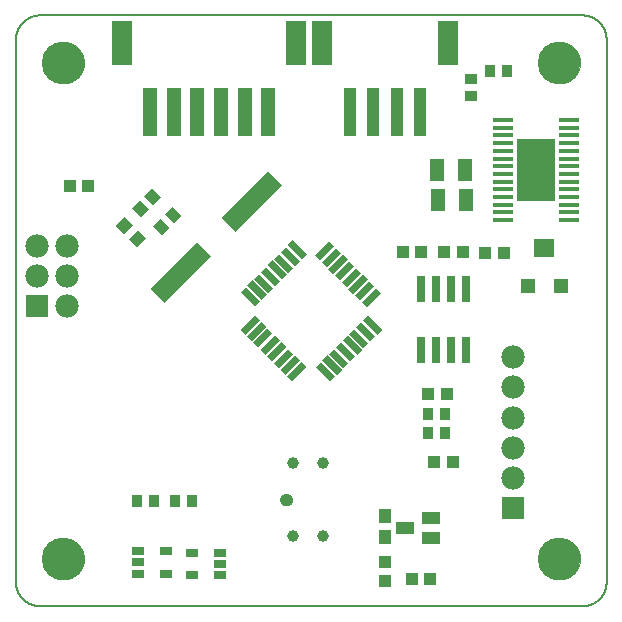
<source format=gts>
G75*
%MOIN*%
%OFA0B0*%
%FSLAX25Y25*%
%IPPOS*%
%LPD*%
%AMOC8*
5,1,8,0,0,1.08239X$1,22.5*
%
%ADD10C,0.00800*%
%ADD11C,0.00000*%
%ADD12C,0.14180*%
%ADD13R,0.03550X0.04337*%
%ADD14R,0.04337X0.03550*%
%ADD15R,0.05124X0.16148*%
%ADD16R,0.07093X0.14573*%
%ADD17R,0.04337X0.16148*%
%ADD18R,0.07782X0.07782*%
%ADD19C,0.07782*%
%ADD20R,0.04337X0.04731*%
%ADD21R,0.05912X0.04337*%
%ADD22R,0.22054X0.06306*%
%ADD23R,0.05124X0.05124*%
%ADD24R,0.06699X0.06306*%
%ADD25R,0.03943X0.04337*%
%ADD26R,0.04337X0.03943*%
%ADD27R,0.05124X0.07487*%
%ADD28R,0.02762X0.09061*%
%ADD29C,0.04140*%
%ADD30C,0.03962*%
%ADD31R,0.02369X0.06699*%
%ADD32R,0.06502X0.01384*%
%ADD33R,0.12605X0.20794*%
%ADD34R,0.04337X0.03156*%
D10*
X0003031Y0009274D02*
X0003031Y0190376D01*
X0003032Y0190376D02*
X0003034Y0190566D01*
X0003041Y0190756D01*
X0003053Y0190946D01*
X0003069Y0191136D01*
X0003089Y0191325D01*
X0003115Y0191514D01*
X0003144Y0191702D01*
X0003179Y0191889D01*
X0003218Y0192075D01*
X0003261Y0192260D01*
X0003309Y0192445D01*
X0003361Y0192628D01*
X0003417Y0192809D01*
X0003478Y0192989D01*
X0003544Y0193168D01*
X0003613Y0193345D01*
X0003687Y0193521D01*
X0003765Y0193694D01*
X0003848Y0193866D01*
X0003934Y0194035D01*
X0004024Y0194203D01*
X0004119Y0194368D01*
X0004217Y0194531D01*
X0004320Y0194691D01*
X0004426Y0194849D01*
X0004536Y0195004D01*
X0004649Y0195157D01*
X0004767Y0195307D01*
X0004888Y0195453D01*
X0005012Y0195597D01*
X0005140Y0195738D01*
X0005271Y0195876D01*
X0005406Y0196011D01*
X0005544Y0196142D01*
X0005685Y0196270D01*
X0005829Y0196394D01*
X0005975Y0196515D01*
X0006125Y0196633D01*
X0006278Y0196746D01*
X0006433Y0196856D01*
X0006591Y0196962D01*
X0006751Y0197065D01*
X0006914Y0197163D01*
X0007079Y0197258D01*
X0007247Y0197348D01*
X0007416Y0197434D01*
X0007588Y0197517D01*
X0007761Y0197595D01*
X0007937Y0197669D01*
X0008114Y0197738D01*
X0008293Y0197804D01*
X0008473Y0197865D01*
X0008654Y0197921D01*
X0008837Y0197973D01*
X0009022Y0198021D01*
X0009207Y0198064D01*
X0009393Y0198103D01*
X0009580Y0198138D01*
X0009768Y0198167D01*
X0009957Y0198193D01*
X0010146Y0198213D01*
X0010336Y0198229D01*
X0010526Y0198241D01*
X0010716Y0198248D01*
X0010906Y0198250D01*
X0192008Y0198250D01*
X0192198Y0198248D01*
X0192388Y0198241D01*
X0192578Y0198229D01*
X0192768Y0198213D01*
X0192957Y0198193D01*
X0193146Y0198167D01*
X0193334Y0198138D01*
X0193521Y0198103D01*
X0193707Y0198064D01*
X0193892Y0198021D01*
X0194077Y0197973D01*
X0194260Y0197921D01*
X0194441Y0197865D01*
X0194621Y0197804D01*
X0194800Y0197738D01*
X0194977Y0197669D01*
X0195153Y0197595D01*
X0195326Y0197517D01*
X0195498Y0197434D01*
X0195667Y0197348D01*
X0195835Y0197258D01*
X0196000Y0197163D01*
X0196163Y0197065D01*
X0196323Y0196962D01*
X0196481Y0196856D01*
X0196636Y0196746D01*
X0196789Y0196633D01*
X0196939Y0196515D01*
X0197085Y0196394D01*
X0197229Y0196270D01*
X0197370Y0196142D01*
X0197508Y0196011D01*
X0197643Y0195876D01*
X0197774Y0195738D01*
X0197902Y0195597D01*
X0198026Y0195453D01*
X0198147Y0195307D01*
X0198265Y0195157D01*
X0198378Y0195004D01*
X0198488Y0194849D01*
X0198594Y0194691D01*
X0198697Y0194531D01*
X0198795Y0194368D01*
X0198890Y0194203D01*
X0198980Y0194035D01*
X0199066Y0193866D01*
X0199149Y0193694D01*
X0199227Y0193521D01*
X0199301Y0193345D01*
X0199370Y0193168D01*
X0199436Y0192989D01*
X0199497Y0192809D01*
X0199553Y0192628D01*
X0199605Y0192445D01*
X0199653Y0192260D01*
X0199696Y0192075D01*
X0199735Y0191889D01*
X0199770Y0191702D01*
X0199799Y0191514D01*
X0199825Y0191325D01*
X0199845Y0191136D01*
X0199861Y0190946D01*
X0199873Y0190756D01*
X0199880Y0190566D01*
X0199882Y0190376D01*
X0199882Y0009274D01*
X0199880Y0009084D01*
X0199873Y0008894D01*
X0199861Y0008704D01*
X0199845Y0008514D01*
X0199825Y0008325D01*
X0199799Y0008136D01*
X0199770Y0007948D01*
X0199735Y0007761D01*
X0199696Y0007575D01*
X0199653Y0007390D01*
X0199605Y0007205D01*
X0199553Y0007022D01*
X0199497Y0006841D01*
X0199436Y0006661D01*
X0199370Y0006482D01*
X0199301Y0006305D01*
X0199227Y0006129D01*
X0199149Y0005956D01*
X0199066Y0005784D01*
X0198980Y0005615D01*
X0198890Y0005447D01*
X0198795Y0005282D01*
X0198697Y0005119D01*
X0198594Y0004959D01*
X0198488Y0004801D01*
X0198378Y0004646D01*
X0198265Y0004493D01*
X0198147Y0004343D01*
X0198026Y0004197D01*
X0197902Y0004053D01*
X0197774Y0003912D01*
X0197643Y0003774D01*
X0197508Y0003639D01*
X0197370Y0003508D01*
X0197229Y0003380D01*
X0197085Y0003256D01*
X0196939Y0003135D01*
X0196789Y0003017D01*
X0196636Y0002904D01*
X0196481Y0002794D01*
X0196323Y0002688D01*
X0196163Y0002585D01*
X0196000Y0002487D01*
X0195835Y0002392D01*
X0195667Y0002302D01*
X0195498Y0002216D01*
X0195326Y0002133D01*
X0195153Y0002055D01*
X0194977Y0001981D01*
X0194800Y0001912D01*
X0194621Y0001846D01*
X0194441Y0001785D01*
X0194260Y0001729D01*
X0194077Y0001677D01*
X0193892Y0001629D01*
X0193707Y0001586D01*
X0193521Y0001547D01*
X0193334Y0001512D01*
X0193146Y0001483D01*
X0192957Y0001457D01*
X0192768Y0001437D01*
X0192578Y0001421D01*
X0192388Y0001409D01*
X0192198Y0001402D01*
X0192008Y0001400D01*
X0010906Y0001400D01*
X0010716Y0001402D01*
X0010526Y0001409D01*
X0010336Y0001421D01*
X0010146Y0001437D01*
X0009957Y0001457D01*
X0009768Y0001483D01*
X0009580Y0001512D01*
X0009393Y0001547D01*
X0009207Y0001586D01*
X0009022Y0001629D01*
X0008837Y0001677D01*
X0008654Y0001729D01*
X0008473Y0001785D01*
X0008293Y0001846D01*
X0008114Y0001912D01*
X0007937Y0001981D01*
X0007761Y0002055D01*
X0007588Y0002133D01*
X0007416Y0002216D01*
X0007247Y0002302D01*
X0007079Y0002392D01*
X0006914Y0002487D01*
X0006751Y0002585D01*
X0006591Y0002688D01*
X0006433Y0002794D01*
X0006278Y0002904D01*
X0006125Y0003017D01*
X0005975Y0003135D01*
X0005829Y0003256D01*
X0005685Y0003380D01*
X0005544Y0003508D01*
X0005406Y0003639D01*
X0005271Y0003774D01*
X0005140Y0003912D01*
X0005012Y0004053D01*
X0004888Y0004197D01*
X0004767Y0004343D01*
X0004649Y0004493D01*
X0004536Y0004646D01*
X0004426Y0004801D01*
X0004320Y0004959D01*
X0004217Y0005119D01*
X0004119Y0005282D01*
X0004024Y0005447D01*
X0003934Y0005615D01*
X0003848Y0005784D01*
X0003765Y0005956D01*
X0003687Y0006129D01*
X0003613Y0006305D01*
X0003544Y0006482D01*
X0003478Y0006661D01*
X0003417Y0006841D01*
X0003361Y0007022D01*
X0003309Y0007205D01*
X0003261Y0007390D01*
X0003218Y0007575D01*
X0003179Y0007761D01*
X0003144Y0007948D01*
X0003115Y0008136D01*
X0003089Y0008325D01*
X0003069Y0008514D01*
X0003053Y0008704D01*
X0003041Y0008894D01*
X0003034Y0009084D01*
X0003032Y0009274D01*
D11*
X0011890Y0017148D02*
X0011892Y0017317D01*
X0011898Y0017486D01*
X0011909Y0017655D01*
X0011923Y0017823D01*
X0011942Y0017991D01*
X0011965Y0018159D01*
X0011991Y0018326D01*
X0012022Y0018492D01*
X0012057Y0018658D01*
X0012096Y0018822D01*
X0012140Y0018986D01*
X0012187Y0019148D01*
X0012238Y0019309D01*
X0012293Y0019469D01*
X0012352Y0019628D01*
X0012414Y0019785D01*
X0012481Y0019940D01*
X0012552Y0020094D01*
X0012626Y0020246D01*
X0012704Y0020396D01*
X0012785Y0020544D01*
X0012870Y0020690D01*
X0012959Y0020834D01*
X0013051Y0020976D01*
X0013147Y0021115D01*
X0013246Y0021252D01*
X0013348Y0021387D01*
X0013454Y0021519D01*
X0013563Y0021648D01*
X0013675Y0021775D01*
X0013790Y0021899D01*
X0013908Y0022020D01*
X0014029Y0022138D01*
X0014153Y0022253D01*
X0014280Y0022365D01*
X0014409Y0022474D01*
X0014541Y0022580D01*
X0014676Y0022682D01*
X0014813Y0022781D01*
X0014952Y0022877D01*
X0015094Y0022969D01*
X0015238Y0023058D01*
X0015384Y0023143D01*
X0015532Y0023224D01*
X0015682Y0023302D01*
X0015834Y0023376D01*
X0015988Y0023447D01*
X0016143Y0023514D01*
X0016300Y0023576D01*
X0016459Y0023635D01*
X0016619Y0023690D01*
X0016780Y0023741D01*
X0016942Y0023788D01*
X0017106Y0023832D01*
X0017270Y0023871D01*
X0017436Y0023906D01*
X0017602Y0023937D01*
X0017769Y0023963D01*
X0017937Y0023986D01*
X0018105Y0024005D01*
X0018273Y0024019D01*
X0018442Y0024030D01*
X0018611Y0024036D01*
X0018780Y0024038D01*
X0018949Y0024036D01*
X0019118Y0024030D01*
X0019287Y0024019D01*
X0019455Y0024005D01*
X0019623Y0023986D01*
X0019791Y0023963D01*
X0019958Y0023937D01*
X0020124Y0023906D01*
X0020290Y0023871D01*
X0020454Y0023832D01*
X0020618Y0023788D01*
X0020780Y0023741D01*
X0020941Y0023690D01*
X0021101Y0023635D01*
X0021260Y0023576D01*
X0021417Y0023514D01*
X0021572Y0023447D01*
X0021726Y0023376D01*
X0021878Y0023302D01*
X0022028Y0023224D01*
X0022176Y0023143D01*
X0022322Y0023058D01*
X0022466Y0022969D01*
X0022608Y0022877D01*
X0022747Y0022781D01*
X0022884Y0022682D01*
X0023019Y0022580D01*
X0023151Y0022474D01*
X0023280Y0022365D01*
X0023407Y0022253D01*
X0023531Y0022138D01*
X0023652Y0022020D01*
X0023770Y0021899D01*
X0023885Y0021775D01*
X0023997Y0021648D01*
X0024106Y0021519D01*
X0024212Y0021387D01*
X0024314Y0021252D01*
X0024413Y0021115D01*
X0024509Y0020976D01*
X0024601Y0020834D01*
X0024690Y0020690D01*
X0024775Y0020544D01*
X0024856Y0020396D01*
X0024934Y0020246D01*
X0025008Y0020094D01*
X0025079Y0019940D01*
X0025146Y0019785D01*
X0025208Y0019628D01*
X0025267Y0019469D01*
X0025322Y0019309D01*
X0025373Y0019148D01*
X0025420Y0018986D01*
X0025464Y0018822D01*
X0025503Y0018658D01*
X0025538Y0018492D01*
X0025569Y0018326D01*
X0025595Y0018159D01*
X0025618Y0017991D01*
X0025637Y0017823D01*
X0025651Y0017655D01*
X0025662Y0017486D01*
X0025668Y0017317D01*
X0025670Y0017148D01*
X0025668Y0016979D01*
X0025662Y0016810D01*
X0025651Y0016641D01*
X0025637Y0016473D01*
X0025618Y0016305D01*
X0025595Y0016137D01*
X0025569Y0015970D01*
X0025538Y0015804D01*
X0025503Y0015638D01*
X0025464Y0015474D01*
X0025420Y0015310D01*
X0025373Y0015148D01*
X0025322Y0014987D01*
X0025267Y0014827D01*
X0025208Y0014668D01*
X0025146Y0014511D01*
X0025079Y0014356D01*
X0025008Y0014202D01*
X0024934Y0014050D01*
X0024856Y0013900D01*
X0024775Y0013752D01*
X0024690Y0013606D01*
X0024601Y0013462D01*
X0024509Y0013320D01*
X0024413Y0013181D01*
X0024314Y0013044D01*
X0024212Y0012909D01*
X0024106Y0012777D01*
X0023997Y0012648D01*
X0023885Y0012521D01*
X0023770Y0012397D01*
X0023652Y0012276D01*
X0023531Y0012158D01*
X0023407Y0012043D01*
X0023280Y0011931D01*
X0023151Y0011822D01*
X0023019Y0011716D01*
X0022884Y0011614D01*
X0022747Y0011515D01*
X0022608Y0011419D01*
X0022466Y0011327D01*
X0022322Y0011238D01*
X0022176Y0011153D01*
X0022028Y0011072D01*
X0021878Y0010994D01*
X0021726Y0010920D01*
X0021572Y0010849D01*
X0021417Y0010782D01*
X0021260Y0010720D01*
X0021101Y0010661D01*
X0020941Y0010606D01*
X0020780Y0010555D01*
X0020618Y0010508D01*
X0020454Y0010464D01*
X0020290Y0010425D01*
X0020124Y0010390D01*
X0019958Y0010359D01*
X0019791Y0010333D01*
X0019623Y0010310D01*
X0019455Y0010291D01*
X0019287Y0010277D01*
X0019118Y0010266D01*
X0018949Y0010260D01*
X0018780Y0010258D01*
X0018611Y0010260D01*
X0018442Y0010266D01*
X0018273Y0010277D01*
X0018105Y0010291D01*
X0017937Y0010310D01*
X0017769Y0010333D01*
X0017602Y0010359D01*
X0017436Y0010390D01*
X0017270Y0010425D01*
X0017106Y0010464D01*
X0016942Y0010508D01*
X0016780Y0010555D01*
X0016619Y0010606D01*
X0016459Y0010661D01*
X0016300Y0010720D01*
X0016143Y0010782D01*
X0015988Y0010849D01*
X0015834Y0010920D01*
X0015682Y0010994D01*
X0015532Y0011072D01*
X0015384Y0011153D01*
X0015238Y0011238D01*
X0015094Y0011327D01*
X0014952Y0011419D01*
X0014813Y0011515D01*
X0014676Y0011614D01*
X0014541Y0011716D01*
X0014409Y0011822D01*
X0014280Y0011931D01*
X0014153Y0012043D01*
X0014029Y0012158D01*
X0013908Y0012276D01*
X0013790Y0012397D01*
X0013675Y0012521D01*
X0013563Y0012648D01*
X0013454Y0012777D01*
X0013348Y0012909D01*
X0013246Y0013044D01*
X0013147Y0013181D01*
X0013051Y0013320D01*
X0012959Y0013462D01*
X0012870Y0013606D01*
X0012785Y0013752D01*
X0012704Y0013900D01*
X0012626Y0014050D01*
X0012552Y0014202D01*
X0012481Y0014356D01*
X0012414Y0014511D01*
X0012352Y0014668D01*
X0012293Y0014827D01*
X0012238Y0014987D01*
X0012187Y0015148D01*
X0012140Y0015310D01*
X0012096Y0015474D01*
X0012057Y0015638D01*
X0012022Y0015804D01*
X0011991Y0015970D01*
X0011965Y0016137D01*
X0011942Y0016305D01*
X0011923Y0016473D01*
X0011909Y0016641D01*
X0011898Y0016810D01*
X0011892Y0016979D01*
X0011890Y0017148D01*
X0091278Y0036800D02*
X0091280Y0036886D01*
X0091286Y0036973D01*
X0091296Y0037058D01*
X0091310Y0037144D01*
X0091328Y0037228D01*
X0091349Y0037312D01*
X0091375Y0037394D01*
X0091404Y0037476D01*
X0091437Y0037555D01*
X0091474Y0037634D01*
X0091514Y0037710D01*
X0091558Y0037784D01*
X0091605Y0037857D01*
X0091656Y0037927D01*
X0091709Y0037995D01*
X0091766Y0038060D01*
X0091826Y0038122D01*
X0091888Y0038182D01*
X0091953Y0038239D01*
X0092021Y0038292D01*
X0092091Y0038343D01*
X0092164Y0038390D01*
X0092238Y0038434D01*
X0092314Y0038474D01*
X0092393Y0038511D01*
X0092472Y0038544D01*
X0092554Y0038573D01*
X0092636Y0038599D01*
X0092720Y0038620D01*
X0092804Y0038638D01*
X0092890Y0038652D01*
X0092975Y0038662D01*
X0093062Y0038668D01*
X0093148Y0038670D01*
X0093234Y0038668D01*
X0093321Y0038662D01*
X0093406Y0038652D01*
X0093492Y0038638D01*
X0093576Y0038620D01*
X0093660Y0038599D01*
X0093742Y0038573D01*
X0093824Y0038544D01*
X0093903Y0038511D01*
X0093982Y0038474D01*
X0094058Y0038434D01*
X0094132Y0038390D01*
X0094205Y0038343D01*
X0094275Y0038292D01*
X0094343Y0038239D01*
X0094408Y0038182D01*
X0094470Y0038122D01*
X0094530Y0038060D01*
X0094587Y0037995D01*
X0094640Y0037927D01*
X0094691Y0037857D01*
X0094738Y0037784D01*
X0094782Y0037710D01*
X0094822Y0037634D01*
X0094859Y0037555D01*
X0094892Y0037476D01*
X0094921Y0037394D01*
X0094947Y0037312D01*
X0094968Y0037228D01*
X0094986Y0037144D01*
X0095000Y0037058D01*
X0095010Y0036973D01*
X0095016Y0036886D01*
X0095018Y0036800D01*
X0095016Y0036714D01*
X0095010Y0036627D01*
X0095000Y0036542D01*
X0094986Y0036456D01*
X0094968Y0036372D01*
X0094947Y0036288D01*
X0094921Y0036206D01*
X0094892Y0036124D01*
X0094859Y0036045D01*
X0094822Y0035966D01*
X0094782Y0035890D01*
X0094738Y0035816D01*
X0094691Y0035743D01*
X0094640Y0035673D01*
X0094587Y0035605D01*
X0094530Y0035540D01*
X0094470Y0035478D01*
X0094408Y0035418D01*
X0094343Y0035361D01*
X0094275Y0035308D01*
X0094205Y0035257D01*
X0094132Y0035210D01*
X0094058Y0035166D01*
X0093982Y0035126D01*
X0093903Y0035089D01*
X0093824Y0035056D01*
X0093742Y0035027D01*
X0093660Y0035001D01*
X0093576Y0034980D01*
X0093492Y0034962D01*
X0093406Y0034948D01*
X0093321Y0034938D01*
X0093234Y0034932D01*
X0093148Y0034930D01*
X0093062Y0034932D01*
X0092975Y0034938D01*
X0092890Y0034948D01*
X0092804Y0034962D01*
X0092720Y0034980D01*
X0092636Y0035001D01*
X0092554Y0035027D01*
X0092472Y0035056D01*
X0092393Y0035089D01*
X0092314Y0035126D01*
X0092238Y0035166D01*
X0092164Y0035210D01*
X0092091Y0035257D01*
X0092021Y0035308D01*
X0091953Y0035361D01*
X0091888Y0035418D01*
X0091826Y0035478D01*
X0091766Y0035540D01*
X0091709Y0035605D01*
X0091656Y0035673D01*
X0091605Y0035743D01*
X0091558Y0035816D01*
X0091514Y0035890D01*
X0091474Y0035966D01*
X0091437Y0036045D01*
X0091404Y0036124D01*
X0091375Y0036206D01*
X0091349Y0036288D01*
X0091328Y0036372D01*
X0091310Y0036456D01*
X0091296Y0036542D01*
X0091286Y0036627D01*
X0091280Y0036714D01*
X0091278Y0036800D01*
X0177244Y0017148D02*
X0177246Y0017317D01*
X0177252Y0017486D01*
X0177263Y0017655D01*
X0177277Y0017823D01*
X0177296Y0017991D01*
X0177319Y0018159D01*
X0177345Y0018326D01*
X0177376Y0018492D01*
X0177411Y0018658D01*
X0177450Y0018822D01*
X0177494Y0018986D01*
X0177541Y0019148D01*
X0177592Y0019309D01*
X0177647Y0019469D01*
X0177706Y0019628D01*
X0177768Y0019785D01*
X0177835Y0019940D01*
X0177906Y0020094D01*
X0177980Y0020246D01*
X0178058Y0020396D01*
X0178139Y0020544D01*
X0178224Y0020690D01*
X0178313Y0020834D01*
X0178405Y0020976D01*
X0178501Y0021115D01*
X0178600Y0021252D01*
X0178702Y0021387D01*
X0178808Y0021519D01*
X0178917Y0021648D01*
X0179029Y0021775D01*
X0179144Y0021899D01*
X0179262Y0022020D01*
X0179383Y0022138D01*
X0179507Y0022253D01*
X0179634Y0022365D01*
X0179763Y0022474D01*
X0179895Y0022580D01*
X0180030Y0022682D01*
X0180167Y0022781D01*
X0180306Y0022877D01*
X0180448Y0022969D01*
X0180592Y0023058D01*
X0180738Y0023143D01*
X0180886Y0023224D01*
X0181036Y0023302D01*
X0181188Y0023376D01*
X0181342Y0023447D01*
X0181497Y0023514D01*
X0181654Y0023576D01*
X0181813Y0023635D01*
X0181973Y0023690D01*
X0182134Y0023741D01*
X0182296Y0023788D01*
X0182460Y0023832D01*
X0182624Y0023871D01*
X0182790Y0023906D01*
X0182956Y0023937D01*
X0183123Y0023963D01*
X0183291Y0023986D01*
X0183459Y0024005D01*
X0183627Y0024019D01*
X0183796Y0024030D01*
X0183965Y0024036D01*
X0184134Y0024038D01*
X0184303Y0024036D01*
X0184472Y0024030D01*
X0184641Y0024019D01*
X0184809Y0024005D01*
X0184977Y0023986D01*
X0185145Y0023963D01*
X0185312Y0023937D01*
X0185478Y0023906D01*
X0185644Y0023871D01*
X0185808Y0023832D01*
X0185972Y0023788D01*
X0186134Y0023741D01*
X0186295Y0023690D01*
X0186455Y0023635D01*
X0186614Y0023576D01*
X0186771Y0023514D01*
X0186926Y0023447D01*
X0187080Y0023376D01*
X0187232Y0023302D01*
X0187382Y0023224D01*
X0187530Y0023143D01*
X0187676Y0023058D01*
X0187820Y0022969D01*
X0187962Y0022877D01*
X0188101Y0022781D01*
X0188238Y0022682D01*
X0188373Y0022580D01*
X0188505Y0022474D01*
X0188634Y0022365D01*
X0188761Y0022253D01*
X0188885Y0022138D01*
X0189006Y0022020D01*
X0189124Y0021899D01*
X0189239Y0021775D01*
X0189351Y0021648D01*
X0189460Y0021519D01*
X0189566Y0021387D01*
X0189668Y0021252D01*
X0189767Y0021115D01*
X0189863Y0020976D01*
X0189955Y0020834D01*
X0190044Y0020690D01*
X0190129Y0020544D01*
X0190210Y0020396D01*
X0190288Y0020246D01*
X0190362Y0020094D01*
X0190433Y0019940D01*
X0190500Y0019785D01*
X0190562Y0019628D01*
X0190621Y0019469D01*
X0190676Y0019309D01*
X0190727Y0019148D01*
X0190774Y0018986D01*
X0190818Y0018822D01*
X0190857Y0018658D01*
X0190892Y0018492D01*
X0190923Y0018326D01*
X0190949Y0018159D01*
X0190972Y0017991D01*
X0190991Y0017823D01*
X0191005Y0017655D01*
X0191016Y0017486D01*
X0191022Y0017317D01*
X0191024Y0017148D01*
X0191022Y0016979D01*
X0191016Y0016810D01*
X0191005Y0016641D01*
X0190991Y0016473D01*
X0190972Y0016305D01*
X0190949Y0016137D01*
X0190923Y0015970D01*
X0190892Y0015804D01*
X0190857Y0015638D01*
X0190818Y0015474D01*
X0190774Y0015310D01*
X0190727Y0015148D01*
X0190676Y0014987D01*
X0190621Y0014827D01*
X0190562Y0014668D01*
X0190500Y0014511D01*
X0190433Y0014356D01*
X0190362Y0014202D01*
X0190288Y0014050D01*
X0190210Y0013900D01*
X0190129Y0013752D01*
X0190044Y0013606D01*
X0189955Y0013462D01*
X0189863Y0013320D01*
X0189767Y0013181D01*
X0189668Y0013044D01*
X0189566Y0012909D01*
X0189460Y0012777D01*
X0189351Y0012648D01*
X0189239Y0012521D01*
X0189124Y0012397D01*
X0189006Y0012276D01*
X0188885Y0012158D01*
X0188761Y0012043D01*
X0188634Y0011931D01*
X0188505Y0011822D01*
X0188373Y0011716D01*
X0188238Y0011614D01*
X0188101Y0011515D01*
X0187962Y0011419D01*
X0187820Y0011327D01*
X0187676Y0011238D01*
X0187530Y0011153D01*
X0187382Y0011072D01*
X0187232Y0010994D01*
X0187080Y0010920D01*
X0186926Y0010849D01*
X0186771Y0010782D01*
X0186614Y0010720D01*
X0186455Y0010661D01*
X0186295Y0010606D01*
X0186134Y0010555D01*
X0185972Y0010508D01*
X0185808Y0010464D01*
X0185644Y0010425D01*
X0185478Y0010390D01*
X0185312Y0010359D01*
X0185145Y0010333D01*
X0184977Y0010310D01*
X0184809Y0010291D01*
X0184641Y0010277D01*
X0184472Y0010266D01*
X0184303Y0010260D01*
X0184134Y0010258D01*
X0183965Y0010260D01*
X0183796Y0010266D01*
X0183627Y0010277D01*
X0183459Y0010291D01*
X0183291Y0010310D01*
X0183123Y0010333D01*
X0182956Y0010359D01*
X0182790Y0010390D01*
X0182624Y0010425D01*
X0182460Y0010464D01*
X0182296Y0010508D01*
X0182134Y0010555D01*
X0181973Y0010606D01*
X0181813Y0010661D01*
X0181654Y0010720D01*
X0181497Y0010782D01*
X0181342Y0010849D01*
X0181188Y0010920D01*
X0181036Y0010994D01*
X0180886Y0011072D01*
X0180738Y0011153D01*
X0180592Y0011238D01*
X0180448Y0011327D01*
X0180306Y0011419D01*
X0180167Y0011515D01*
X0180030Y0011614D01*
X0179895Y0011716D01*
X0179763Y0011822D01*
X0179634Y0011931D01*
X0179507Y0012043D01*
X0179383Y0012158D01*
X0179262Y0012276D01*
X0179144Y0012397D01*
X0179029Y0012521D01*
X0178917Y0012648D01*
X0178808Y0012777D01*
X0178702Y0012909D01*
X0178600Y0013044D01*
X0178501Y0013181D01*
X0178405Y0013320D01*
X0178313Y0013462D01*
X0178224Y0013606D01*
X0178139Y0013752D01*
X0178058Y0013900D01*
X0177980Y0014050D01*
X0177906Y0014202D01*
X0177835Y0014356D01*
X0177768Y0014511D01*
X0177706Y0014668D01*
X0177647Y0014827D01*
X0177592Y0014987D01*
X0177541Y0015148D01*
X0177494Y0015310D01*
X0177450Y0015474D01*
X0177411Y0015638D01*
X0177376Y0015804D01*
X0177345Y0015970D01*
X0177319Y0016137D01*
X0177296Y0016305D01*
X0177277Y0016473D01*
X0177263Y0016641D01*
X0177252Y0016810D01*
X0177246Y0016979D01*
X0177244Y0017148D01*
X0177244Y0182502D02*
X0177246Y0182671D01*
X0177252Y0182840D01*
X0177263Y0183009D01*
X0177277Y0183177D01*
X0177296Y0183345D01*
X0177319Y0183513D01*
X0177345Y0183680D01*
X0177376Y0183846D01*
X0177411Y0184012D01*
X0177450Y0184176D01*
X0177494Y0184340D01*
X0177541Y0184502D01*
X0177592Y0184663D01*
X0177647Y0184823D01*
X0177706Y0184982D01*
X0177768Y0185139D01*
X0177835Y0185294D01*
X0177906Y0185448D01*
X0177980Y0185600D01*
X0178058Y0185750D01*
X0178139Y0185898D01*
X0178224Y0186044D01*
X0178313Y0186188D01*
X0178405Y0186330D01*
X0178501Y0186469D01*
X0178600Y0186606D01*
X0178702Y0186741D01*
X0178808Y0186873D01*
X0178917Y0187002D01*
X0179029Y0187129D01*
X0179144Y0187253D01*
X0179262Y0187374D01*
X0179383Y0187492D01*
X0179507Y0187607D01*
X0179634Y0187719D01*
X0179763Y0187828D01*
X0179895Y0187934D01*
X0180030Y0188036D01*
X0180167Y0188135D01*
X0180306Y0188231D01*
X0180448Y0188323D01*
X0180592Y0188412D01*
X0180738Y0188497D01*
X0180886Y0188578D01*
X0181036Y0188656D01*
X0181188Y0188730D01*
X0181342Y0188801D01*
X0181497Y0188868D01*
X0181654Y0188930D01*
X0181813Y0188989D01*
X0181973Y0189044D01*
X0182134Y0189095D01*
X0182296Y0189142D01*
X0182460Y0189186D01*
X0182624Y0189225D01*
X0182790Y0189260D01*
X0182956Y0189291D01*
X0183123Y0189317D01*
X0183291Y0189340D01*
X0183459Y0189359D01*
X0183627Y0189373D01*
X0183796Y0189384D01*
X0183965Y0189390D01*
X0184134Y0189392D01*
X0184303Y0189390D01*
X0184472Y0189384D01*
X0184641Y0189373D01*
X0184809Y0189359D01*
X0184977Y0189340D01*
X0185145Y0189317D01*
X0185312Y0189291D01*
X0185478Y0189260D01*
X0185644Y0189225D01*
X0185808Y0189186D01*
X0185972Y0189142D01*
X0186134Y0189095D01*
X0186295Y0189044D01*
X0186455Y0188989D01*
X0186614Y0188930D01*
X0186771Y0188868D01*
X0186926Y0188801D01*
X0187080Y0188730D01*
X0187232Y0188656D01*
X0187382Y0188578D01*
X0187530Y0188497D01*
X0187676Y0188412D01*
X0187820Y0188323D01*
X0187962Y0188231D01*
X0188101Y0188135D01*
X0188238Y0188036D01*
X0188373Y0187934D01*
X0188505Y0187828D01*
X0188634Y0187719D01*
X0188761Y0187607D01*
X0188885Y0187492D01*
X0189006Y0187374D01*
X0189124Y0187253D01*
X0189239Y0187129D01*
X0189351Y0187002D01*
X0189460Y0186873D01*
X0189566Y0186741D01*
X0189668Y0186606D01*
X0189767Y0186469D01*
X0189863Y0186330D01*
X0189955Y0186188D01*
X0190044Y0186044D01*
X0190129Y0185898D01*
X0190210Y0185750D01*
X0190288Y0185600D01*
X0190362Y0185448D01*
X0190433Y0185294D01*
X0190500Y0185139D01*
X0190562Y0184982D01*
X0190621Y0184823D01*
X0190676Y0184663D01*
X0190727Y0184502D01*
X0190774Y0184340D01*
X0190818Y0184176D01*
X0190857Y0184012D01*
X0190892Y0183846D01*
X0190923Y0183680D01*
X0190949Y0183513D01*
X0190972Y0183345D01*
X0190991Y0183177D01*
X0191005Y0183009D01*
X0191016Y0182840D01*
X0191022Y0182671D01*
X0191024Y0182502D01*
X0191022Y0182333D01*
X0191016Y0182164D01*
X0191005Y0181995D01*
X0190991Y0181827D01*
X0190972Y0181659D01*
X0190949Y0181491D01*
X0190923Y0181324D01*
X0190892Y0181158D01*
X0190857Y0180992D01*
X0190818Y0180828D01*
X0190774Y0180664D01*
X0190727Y0180502D01*
X0190676Y0180341D01*
X0190621Y0180181D01*
X0190562Y0180022D01*
X0190500Y0179865D01*
X0190433Y0179710D01*
X0190362Y0179556D01*
X0190288Y0179404D01*
X0190210Y0179254D01*
X0190129Y0179106D01*
X0190044Y0178960D01*
X0189955Y0178816D01*
X0189863Y0178674D01*
X0189767Y0178535D01*
X0189668Y0178398D01*
X0189566Y0178263D01*
X0189460Y0178131D01*
X0189351Y0178002D01*
X0189239Y0177875D01*
X0189124Y0177751D01*
X0189006Y0177630D01*
X0188885Y0177512D01*
X0188761Y0177397D01*
X0188634Y0177285D01*
X0188505Y0177176D01*
X0188373Y0177070D01*
X0188238Y0176968D01*
X0188101Y0176869D01*
X0187962Y0176773D01*
X0187820Y0176681D01*
X0187676Y0176592D01*
X0187530Y0176507D01*
X0187382Y0176426D01*
X0187232Y0176348D01*
X0187080Y0176274D01*
X0186926Y0176203D01*
X0186771Y0176136D01*
X0186614Y0176074D01*
X0186455Y0176015D01*
X0186295Y0175960D01*
X0186134Y0175909D01*
X0185972Y0175862D01*
X0185808Y0175818D01*
X0185644Y0175779D01*
X0185478Y0175744D01*
X0185312Y0175713D01*
X0185145Y0175687D01*
X0184977Y0175664D01*
X0184809Y0175645D01*
X0184641Y0175631D01*
X0184472Y0175620D01*
X0184303Y0175614D01*
X0184134Y0175612D01*
X0183965Y0175614D01*
X0183796Y0175620D01*
X0183627Y0175631D01*
X0183459Y0175645D01*
X0183291Y0175664D01*
X0183123Y0175687D01*
X0182956Y0175713D01*
X0182790Y0175744D01*
X0182624Y0175779D01*
X0182460Y0175818D01*
X0182296Y0175862D01*
X0182134Y0175909D01*
X0181973Y0175960D01*
X0181813Y0176015D01*
X0181654Y0176074D01*
X0181497Y0176136D01*
X0181342Y0176203D01*
X0181188Y0176274D01*
X0181036Y0176348D01*
X0180886Y0176426D01*
X0180738Y0176507D01*
X0180592Y0176592D01*
X0180448Y0176681D01*
X0180306Y0176773D01*
X0180167Y0176869D01*
X0180030Y0176968D01*
X0179895Y0177070D01*
X0179763Y0177176D01*
X0179634Y0177285D01*
X0179507Y0177397D01*
X0179383Y0177512D01*
X0179262Y0177630D01*
X0179144Y0177751D01*
X0179029Y0177875D01*
X0178917Y0178002D01*
X0178808Y0178131D01*
X0178702Y0178263D01*
X0178600Y0178398D01*
X0178501Y0178535D01*
X0178405Y0178674D01*
X0178313Y0178816D01*
X0178224Y0178960D01*
X0178139Y0179106D01*
X0178058Y0179254D01*
X0177980Y0179404D01*
X0177906Y0179556D01*
X0177835Y0179710D01*
X0177768Y0179865D01*
X0177706Y0180022D01*
X0177647Y0180181D01*
X0177592Y0180341D01*
X0177541Y0180502D01*
X0177494Y0180664D01*
X0177450Y0180828D01*
X0177411Y0180992D01*
X0177376Y0181158D01*
X0177345Y0181324D01*
X0177319Y0181491D01*
X0177296Y0181659D01*
X0177277Y0181827D01*
X0177263Y0181995D01*
X0177252Y0182164D01*
X0177246Y0182333D01*
X0177244Y0182502D01*
X0011890Y0182502D02*
X0011892Y0182671D01*
X0011898Y0182840D01*
X0011909Y0183009D01*
X0011923Y0183177D01*
X0011942Y0183345D01*
X0011965Y0183513D01*
X0011991Y0183680D01*
X0012022Y0183846D01*
X0012057Y0184012D01*
X0012096Y0184176D01*
X0012140Y0184340D01*
X0012187Y0184502D01*
X0012238Y0184663D01*
X0012293Y0184823D01*
X0012352Y0184982D01*
X0012414Y0185139D01*
X0012481Y0185294D01*
X0012552Y0185448D01*
X0012626Y0185600D01*
X0012704Y0185750D01*
X0012785Y0185898D01*
X0012870Y0186044D01*
X0012959Y0186188D01*
X0013051Y0186330D01*
X0013147Y0186469D01*
X0013246Y0186606D01*
X0013348Y0186741D01*
X0013454Y0186873D01*
X0013563Y0187002D01*
X0013675Y0187129D01*
X0013790Y0187253D01*
X0013908Y0187374D01*
X0014029Y0187492D01*
X0014153Y0187607D01*
X0014280Y0187719D01*
X0014409Y0187828D01*
X0014541Y0187934D01*
X0014676Y0188036D01*
X0014813Y0188135D01*
X0014952Y0188231D01*
X0015094Y0188323D01*
X0015238Y0188412D01*
X0015384Y0188497D01*
X0015532Y0188578D01*
X0015682Y0188656D01*
X0015834Y0188730D01*
X0015988Y0188801D01*
X0016143Y0188868D01*
X0016300Y0188930D01*
X0016459Y0188989D01*
X0016619Y0189044D01*
X0016780Y0189095D01*
X0016942Y0189142D01*
X0017106Y0189186D01*
X0017270Y0189225D01*
X0017436Y0189260D01*
X0017602Y0189291D01*
X0017769Y0189317D01*
X0017937Y0189340D01*
X0018105Y0189359D01*
X0018273Y0189373D01*
X0018442Y0189384D01*
X0018611Y0189390D01*
X0018780Y0189392D01*
X0018949Y0189390D01*
X0019118Y0189384D01*
X0019287Y0189373D01*
X0019455Y0189359D01*
X0019623Y0189340D01*
X0019791Y0189317D01*
X0019958Y0189291D01*
X0020124Y0189260D01*
X0020290Y0189225D01*
X0020454Y0189186D01*
X0020618Y0189142D01*
X0020780Y0189095D01*
X0020941Y0189044D01*
X0021101Y0188989D01*
X0021260Y0188930D01*
X0021417Y0188868D01*
X0021572Y0188801D01*
X0021726Y0188730D01*
X0021878Y0188656D01*
X0022028Y0188578D01*
X0022176Y0188497D01*
X0022322Y0188412D01*
X0022466Y0188323D01*
X0022608Y0188231D01*
X0022747Y0188135D01*
X0022884Y0188036D01*
X0023019Y0187934D01*
X0023151Y0187828D01*
X0023280Y0187719D01*
X0023407Y0187607D01*
X0023531Y0187492D01*
X0023652Y0187374D01*
X0023770Y0187253D01*
X0023885Y0187129D01*
X0023997Y0187002D01*
X0024106Y0186873D01*
X0024212Y0186741D01*
X0024314Y0186606D01*
X0024413Y0186469D01*
X0024509Y0186330D01*
X0024601Y0186188D01*
X0024690Y0186044D01*
X0024775Y0185898D01*
X0024856Y0185750D01*
X0024934Y0185600D01*
X0025008Y0185448D01*
X0025079Y0185294D01*
X0025146Y0185139D01*
X0025208Y0184982D01*
X0025267Y0184823D01*
X0025322Y0184663D01*
X0025373Y0184502D01*
X0025420Y0184340D01*
X0025464Y0184176D01*
X0025503Y0184012D01*
X0025538Y0183846D01*
X0025569Y0183680D01*
X0025595Y0183513D01*
X0025618Y0183345D01*
X0025637Y0183177D01*
X0025651Y0183009D01*
X0025662Y0182840D01*
X0025668Y0182671D01*
X0025670Y0182502D01*
X0025668Y0182333D01*
X0025662Y0182164D01*
X0025651Y0181995D01*
X0025637Y0181827D01*
X0025618Y0181659D01*
X0025595Y0181491D01*
X0025569Y0181324D01*
X0025538Y0181158D01*
X0025503Y0180992D01*
X0025464Y0180828D01*
X0025420Y0180664D01*
X0025373Y0180502D01*
X0025322Y0180341D01*
X0025267Y0180181D01*
X0025208Y0180022D01*
X0025146Y0179865D01*
X0025079Y0179710D01*
X0025008Y0179556D01*
X0024934Y0179404D01*
X0024856Y0179254D01*
X0024775Y0179106D01*
X0024690Y0178960D01*
X0024601Y0178816D01*
X0024509Y0178674D01*
X0024413Y0178535D01*
X0024314Y0178398D01*
X0024212Y0178263D01*
X0024106Y0178131D01*
X0023997Y0178002D01*
X0023885Y0177875D01*
X0023770Y0177751D01*
X0023652Y0177630D01*
X0023531Y0177512D01*
X0023407Y0177397D01*
X0023280Y0177285D01*
X0023151Y0177176D01*
X0023019Y0177070D01*
X0022884Y0176968D01*
X0022747Y0176869D01*
X0022608Y0176773D01*
X0022466Y0176681D01*
X0022322Y0176592D01*
X0022176Y0176507D01*
X0022028Y0176426D01*
X0021878Y0176348D01*
X0021726Y0176274D01*
X0021572Y0176203D01*
X0021417Y0176136D01*
X0021260Y0176074D01*
X0021101Y0176015D01*
X0020941Y0175960D01*
X0020780Y0175909D01*
X0020618Y0175862D01*
X0020454Y0175818D01*
X0020290Y0175779D01*
X0020124Y0175744D01*
X0019958Y0175713D01*
X0019791Y0175687D01*
X0019623Y0175664D01*
X0019455Y0175645D01*
X0019287Y0175631D01*
X0019118Y0175620D01*
X0018949Y0175614D01*
X0018780Y0175612D01*
X0018611Y0175614D01*
X0018442Y0175620D01*
X0018273Y0175631D01*
X0018105Y0175645D01*
X0017937Y0175664D01*
X0017769Y0175687D01*
X0017602Y0175713D01*
X0017436Y0175744D01*
X0017270Y0175779D01*
X0017106Y0175818D01*
X0016942Y0175862D01*
X0016780Y0175909D01*
X0016619Y0175960D01*
X0016459Y0176015D01*
X0016300Y0176074D01*
X0016143Y0176136D01*
X0015988Y0176203D01*
X0015834Y0176274D01*
X0015682Y0176348D01*
X0015532Y0176426D01*
X0015384Y0176507D01*
X0015238Y0176592D01*
X0015094Y0176681D01*
X0014952Y0176773D01*
X0014813Y0176869D01*
X0014676Y0176968D01*
X0014541Y0177070D01*
X0014409Y0177176D01*
X0014280Y0177285D01*
X0014153Y0177397D01*
X0014029Y0177512D01*
X0013908Y0177630D01*
X0013790Y0177751D01*
X0013675Y0177875D01*
X0013563Y0178002D01*
X0013454Y0178131D01*
X0013348Y0178263D01*
X0013246Y0178398D01*
X0013147Y0178535D01*
X0013051Y0178674D01*
X0012959Y0178816D01*
X0012870Y0178960D01*
X0012785Y0179106D01*
X0012704Y0179254D01*
X0012626Y0179404D01*
X0012552Y0179556D01*
X0012481Y0179710D01*
X0012414Y0179865D01*
X0012352Y0180022D01*
X0012293Y0180181D01*
X0012238Y0180341D01*
X0012187Y0180502D01*
X0012140Y0180664D01*
X0012096Y0180828D01*
X0012057Y0180992D01*
X0012022Y0181158D01*
X0011991Y0181324D01*
X0011965Y0181491D01*
X0011942Y0181659D01*
X0011923Y0181827D01*
X0011909Y0181995D01*
X0011898Y0182164D01*
X0011892Y0182333D01*
X0011890Y0182502D01*
D12*
X0018780Y0182502D03*
X0184134Y0182502D03*
X0184134Y0017148D03*
X0018780Y0017148D03*
D13*
X0043337Y0036229D03*
X0049046Y0036229D03*
X0056077Y0036400D03*
X0061786Y0036400D03*
X0140427Y0058900D03*
X0146136Y0058900D03*
X0146136Y0065400D03*
X0140427Y0065400D03*
G36*
X0052714Y0132026D02*
X0055225Y0134537D01*
X0058290Y0131472D01*
X0055779Y0128961D01*
X0052714Y0132026D01*
G37*
G36*
X0048678Y0127990D02*
X0051189Y0130501D01*
X0054254Y0127436D01*
X0051743Y0124925D01*
X0048678Y0127990D01*
G37*
G36*
X0041705Y0134116D02*
X0044216Y0136627D01*
X0047281Y0133562D01*
X0044770Y0131051D01*
X0041705Y0134116D01*
G37*
G36*
X0045742Y0138153D02*
X0048253Y0140664D01*
X0051318Y0137599D01*
X0048807Y0135088D01*
X0045742Y0138153D01*
G37*
X0160998Y0179869D03*
X0166707Y0179869D03*
D14*
X0154613Y0176998D03*
X0154613Y0171290D03*
D15*
X0087110Y0166106D03*
X0079236Y0166106D03*
X0071362Y0166106D03*
X0063488Y0166106D03*
X0055614Y0166106D03*
X0047740Y0166106D03*
D16*
X0038488Y0189138D03*
X0096362Y0189138D03*
X0104966Y0189044D03*
X0147092Y0189044D03*
D17*
X0137840Y0166013D03*
X0129966Y0166013D03*
X0122092Y0166013D03*
X0114218Y0166013D03*
D18*
X0010031Y0101400D03*
X0168619Y0034069D03*
D19*
X0168619Y0044108D03*
X0168619Y0054108D03*
X0168619Y0064108D03*
X0168619Y0074226D03*
X0168619Y0084226D03*
X0020031Y0101400D03*
X0020031Y0111400D03*
X0010031Y0111400D03*
X0010031Y0121400D03*
X0020031Y0121400D03*
D20*
X0126031Y0031246D03*
X0126031Y0024554D03*
D21*
X0132701Y0027400D03*
X0141362Y0024054D03*
X0141362Y0030746D03*
D22*
G36*
X0047903Y0107010D02*
X0063496Y0122603D01*
X0067955Y0118144D01*
X0052362Y0102551D01*
X0047903Y0107010D01*
G37*
G36*
X0071566Y0130673D02*
X0087159Y0146266D01*
X0091618Y0141807D01*
X0076025Y0126214D01*
X0071566Y0130673D01*
G37*
D23*
X0173571Y0107904D03*
X0184594Y0107904D03*
D24*
X0179083Y0120699D03*
D25*
X0165681Y0119150D03*
X0159382Y0119150D03*
X0151931Y0119400D03*
X0145632Y0119400D03*
X0138181Y0119400D03*
X0131882Y0119400D03*
X0140382Y0071900D03*
X0146681Y0071900D03*
X0148681Y0049400D03*
X0142382Y0049400D03*
X0141181Y0010400D03*
X0134882Y0010400D03*
G36*
X0043635Y0126718D02*
X0046422Y0123931D01*
X0043357Y0120866D01*
X0040570Y0123653D01*
X0043635Y0126718D01*
G37*
G36*
X0039180Y0131172D02*
X0041967Y0128385D01*
X0038902Y0125320D01*
X0036115Y0128107D01*
X0039180Y0131172D01*
G37*
X0027181Y0141400D03*
X0020882Y0141400D03*
D26*
X0126031Y0016050D03*
X0126031Y0009750D03*
D27*
X0143681Y0136774D03*
X0153130Y0136774D03*
X0152736Y0146668D03*
X0143287Y0146668D03*
D28*
X0143031Y0107136D03*
X0148031Y0107136D03*
X0153031Y0107136D03*
X0138031Y0107136D03*
X0138031Y0086664D03*
X0143031Y0086664D03*
X0148031Y0086664D03*
X0153031Y0086664D03*
D29*
X0093148Y0036800D03*
D30*
X0095431Y0024595D03*
X0105431Y0024595D03*
X0105431Y0049005D03*
X0095431Y0049005D03*
D31*
G36*
X0098229Y0082683D02*
X0099904Y0081008D01*
X0095169Y0076273D01*
X0093494Y0077948D01*
X0098229Y0082683D01*
G37*
G36*
X0096002Y0084910D02*
X0097677Y0083235D01*
X0092942Y0078500D01*
X0091267Y0080175D01*
X0096002Y0084910D01*
G37*
G36*
X0093775Y0087137D02*
X0095450Y0085462D01*
X0090715Y0080727D01*
X0089040Y0082402D01*
X0093775Y0087137D01*
G37*
G36*
X0091548Y0089364D02*
X0093223Y0087689D01*
X0088488Y0082954D01*
X0086813Y0084629D01*
X0091548Y0089364D01*
G37*
G36*
X0089320Y0091591D02*
X0090995Y0089916D01*
X0086260Y0085181D01*
X0084585Y0086856D01*
X0089320Y0091591D01*
G37*
G36*
X0086815Y0094097D02*
X0088490Y0092422D01*
X0083755Y0087687D01*
X0082080Y0089362D01*
X0086815Y0094097D01*
G37*
G36*
X0084866Y0096045D02*
X0086541Y0094370D01*
X0081806Y0089635D01*
X0080131Y0091310D01*
X0084866Y0096045D01*
G37*
G36*
X0082639Y0098272D02*
X0084314Y0096597D01*
X0079579Y0091862D01*
X0077904Y0093537D01*
X0082639Y0098272D01*
G37*
G36*
X0077904Y0106063D02*
X0079579Y0107738D01*
X0084314Y0103003D01*
X0082639Y0101328D01*
X0077904Y0106063D01*
G37*
G36*
X0080131Y0108290D02*
X0081806Y0109965D01*
X0086541Y0105230D01*
X0084866Y0103555D01*
X0080131Y0108290D01*
G37*
G36*
X0082358Y0110517D02*
X0084033Y0112192D01*
X0088768Y0107457D01*
X0087093Y0105782D01*
X0082358Y0110517D01*
G37*
G36*
X0084585Y0112744D02*
X0086260Y0114419D01*
X0090995Y0109684D01*
X0089320Y0108009D01*
X0084585Y0112744D01*
G37*
G36*
X0086813Y0114971D02*
X0088488Y0116646D01*
X0093223Y0111911D01*
X0091548Y0110236D01*
X0086813Y0114971D01*
G37*
G36*
X0089040Y0117198D02*
X0090715Y0118873D01*
X0095450Y0114138D01*
X0093775Y0112463D01*
X0089040Y0117198D01*
G37*
G36*
X0091267Y0119425D02*
X0092942Y0121100D01*
X0097677Y0116365D01*
X0096002Y0114690D01*
X0091267Y0119425D01*
G37*
G36*
X0093494Y0121652D02*
X0095169Y0123327D01*
X0099904Y0118592D01*
X0098229Y0116917D01*
X0093494Y0121652D01*
G37*
G36*
X0104356Y0116639D02*
X0102681Y0118314D01*
X0107416Y0123049D01*
X0109091Y0121374D01*
X0104356Y0116639D01*
G37*
G36*
X0106583Y0114412D02*
X0104908Y0116087D01*
X0109643Y0120822D01*
X0111318Y0119147D01*
X0106583Y0114412D01*
G37*
G36*
X0108810Y0112185D02*
X0107135Y0113860D01*
X0111870Y0118595D01*
X0113545Y0116920D01*
X0108810Y0112185D01*
G37*
G36*
X0111037Y0109958D02*
X0109362Y0111633D01*
X0114097Y0116368D01*
X0115772Y0114693D01*
X0111037Y0109958D01*
G37*
G36*
X0113264Y0107731D02*
X0111589Y0109406D01*
X0116324Y0114141D01*
X0117999Y0112466D01*
X0113264Y0107731D01*
G37*
G36*
X0115491Y0105503D02*
X0113816Y0107178D01*
X0118551Y0111913D01*
X0120226Y0110238D01*
X0115491Y0105503D01*
G37*
G36*
X0117718Y0103276D02*
X0116043Y0104951D01*
X0120778Y0109686D01*
X0122453Y0108011D01*
X0117718Y0103276D01*
G37*
G36*
X0119945Y0101049D02*
X0118270Y0102724D01*
X0123005Y0107459D01*
X0124680Y0105784D01*
X0119945Y0101049D01*
G37*
G36*
X0124959Y0093537D02*
X0123284Y0091862D01*
X0118549Y0096597D01*
X0120224Y0098272D01*
X0124959Y0093537D01*
G37*
G36*
X0122732Y0091310D02*
X0121057Y0089635D01*
X0116322Y0094370D01*
X0117997Y0096045D01*
X0122732Y0091310D01*
G37*
G36*
X0120505Y0089083D02*
X0118830Y0087408D01*
X0114095Y0092143D01*
X0115770Y0093818D01*
X0120505Y0089083D01*
G37*
G36*
X0118278Y0086856D02*
X0116603Y0085181D01*
X0111868Y0089916D01*
X0113543Y0091591D01*
X0118278Y0086856D01*
G37*
G36*
X0116050Y0084629D02*
X0114375Y0082954D01*
X0109640Y0087689D01*
X0111315Y0089364D01*
X0116050Y0084629D01*
G37*
G36*
X0113823Y0082402D02*
X0112148Y0080727D01*
X0107413Y0085462D01*
X0109088Y0087137D01*
X0113823Y0082402D01*
G37*
G36*
X0111596Y0080175D02*
X0109921Y0078500D01*
X0105186Y0083235D01*
X0106861Y0084910D01*
X0111596Y0080175D01*
G37*
G36*
X0109369Y0077948D02*
X0107694Y0076273D01*
X0102959Y0081008D01*
X0104634Y0082683D01*
X0109369Y0077948D01*
G37*
D32*
X0165236Y0130081D03*
X0165236Y0132640D03*
X0165236Y0135199D03*
X0165236Y0137758D03*
X0165236Y0140317D03*
X0165236Y0142876D03*
X0165236Y0145435D03*
X0165236Y0147994D03*
X0165236Y0150554D03*
X0165236Y0153113D03*
X0165236Y0155672D03*
X0165236Y0158231D03*
X0165236Y0160790D03*
X0165236Y0163349D03*
X0187283Y0163349D03*
X0187283Y0160790D03*
X0187283Y0158231D03*
X0187283Y0155672D03*
X0187283Y0153113D03*
X0187283Y0150554D03*
X0187283Y0147994D03*
X0187283Y0145435D03*
X0187283Y0142876D03*
X0187283Y0140317D03*
X0187283Y0137758D03*
X0187283Y0135199D03*
X0187283Y0132640D03*
X0187283Y0130081D03*
D33*
X0176260Y0146715D03*
D34*
X0071156Y0019140D03*
X0071156Y0015400D03*
X0071156Y0011660D03*
X0061707Y0011660D03*
X0061707Y0019140D03*
X0053156Y0019640D03*
X0053156Y0012160D03*
X0043707Y0012160D03*
X0043707Y0015900D03*
X0043707Y0019640D03*
M02*

</source>
